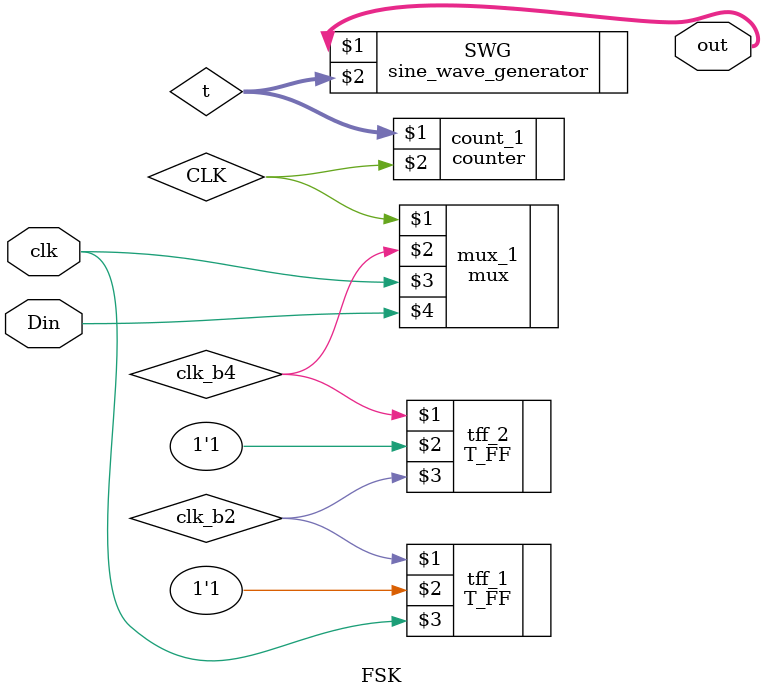
<source format=v>

module FSK(out,Din,clk);                //FSK Modulator
input Din,clk;                          //Din=input data stream 
output [15:0] out;                      //Modulated signal

wire clk_b2,clk_b4,CLK;                 
wire [5:0]t;

T_FF tff_1(clk_b2,1'b1,clk);            //clk_b2=clk/2
T_FF tff_2(clk_b4,1'b1,clk_b2);         //clk_b4=clk_b2/2=clk/4

mux mux_1(CLK,clk_b4,clk,Din);          //Din=1 => CLK=clk , Din=0 => CLK=clk_b4
counter count_1(t,CLK);                 //t counts 0->63 based on CLK
sine_wave_generator SWG(out,t);         //out=sine value corresponding to t
endmodule

</source>
